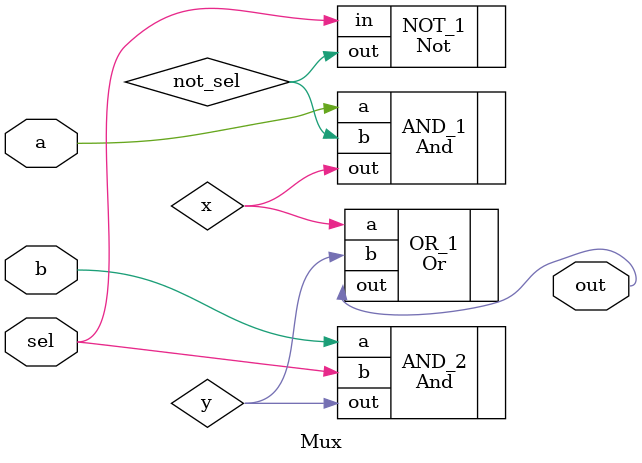
<source format=v>
/** 
 * Multiplexor:
 * out = a if sel == 0
 *       b otherwise
 */

 
module Mux(
	input a,
	input b,
	input sel,
	output out
);
	wire not_sel;
	wire x; wire y;

	Not NOT_1(.in(sel), .out(not_sel));
	And AND_1(.a(a), .b(not_sel), .out(x));
	And AND_2(.a(b), .b(sel), .out(y));
	Or OR_1(.a(x), .b(y), .out(out));

endmodule

</source>
